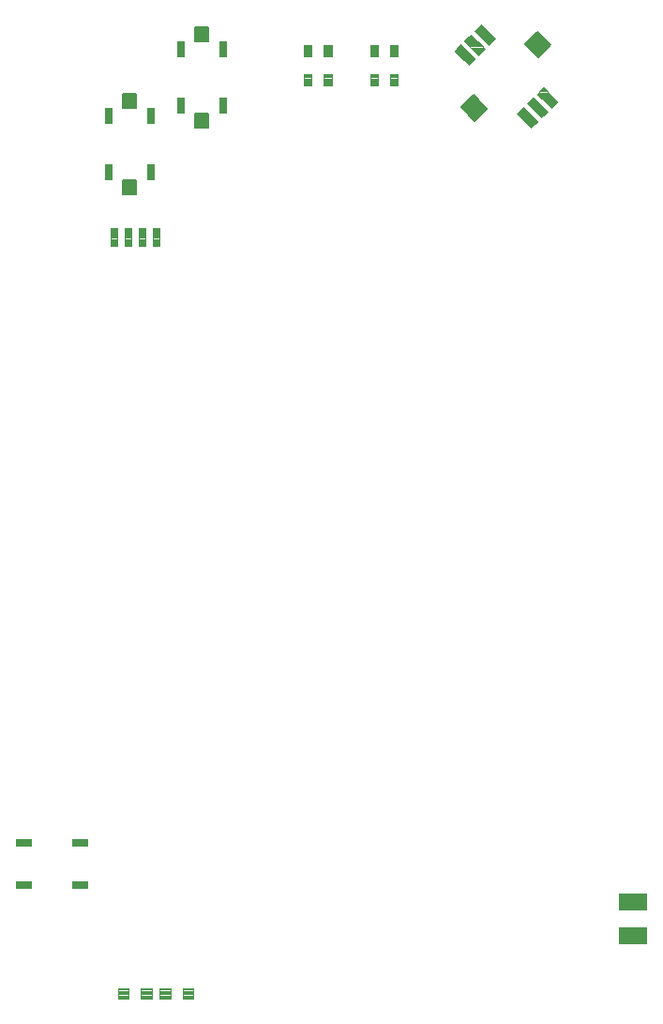
<source format=gtp>
G75*
G70*
%OFA0B0*%
%FSLAX24Y24*%
%IPPOS*%
%LPD*%
%AMOC8*
5,1,8,0,0,1.08239X$1,22.5*
%
%ADD10C,0.0034*%
%ADD11C,0.0035*%
%ADD12R,0.1024X0.0591*%
%ADD13C,0.0036*%
%ADD14C,0.0043*%
%ADD15C,0.0035*%
%ADD16C,0.0067*%
%ADD17C,0.0051*%
D10*
X002738Y004959D02*
X002738Y005185D01*
X003264Y005185D01*
X003264Y004959D01*
X002738Y004959D01*
X002738Y004992D02*
X003264Y004992D01*
X003264Y005025D02*
X002738Y005025D01*
X002738Y005058D02*
X003264Y005058D01*
X003264Y005091D02*
X002738Y005091D01*
X002738Y005124D02*
X003264Y005124D01*
X003264Y005157D02*
X002738Y005157D01*
X002738Y006459D02*
X002738Y006685D01*
X003264Y006685D01*
X003264Y006459D01*
X002738Y006459D01*
X002738Y006492D02*
X003264Y006492D01*
X003264Y006525D02*
X002738Y006525D01*
X002738Y006558D02*
X003264Y006558D01*
X003264Y006591D02*
X002738Y006591D01*
X002738Y006624D02*
X003264Y006624D01*
X003264Y006657D02*
X002738Y006657D01*
X004738Y006685D02*
X004738Y006459D01*
X004738Y006685D02*
X005264Y006685D01*
X005264Y006459D01*
X004738Y006459D01*
X004738Y006492D02*
X005264Y006492D01*
X005264Y006525D02*
X004738Y006525D01*
X004738Y006558D02*
X005264Y006558D01*
X005264Y006591D02*
X004738Y006591D01*
X004738Y006624D02*
X005264Y006624D01*
X005264Y006657D02*
X004738Y006657D01*
X004738Y005185D02*
X004738Y004959D01*
X004738Y005185D02*
X005264Y005185D01*
X005264Y004959D01*
X004738Y004959D01*
X004738Y004992D02*
X005264Y004992D01*
X005264Y005025D02*
X004738Y005025D01*
X004738Y005058D02*
X005264Y005058D01*
X005264Y005091D02*
X004738Y005091D01*
X004738Y005124D02*
X005264Y005124D01*
X005264Y005157D02*
X004738Y005157D01*
X005894Y030636D02*
X006120Y030636D01*
X006120Y030110D01*
X005894Y030110D01*
X005894Y030636D01*
X005894Y030143D02*
X006120Y030143D01*
X006120Y030176D02*
X005894Y030176D01*
X005894Y030209D02*
X006120Y030209D01*
X006120Y030242D02*
X005894Y030242D01*
X005894Y030275D02*
X006120Y030275D01*
X006120Y030308D02*
X005894Y030308D01*
X005894Y030341D02*
X006120Y030341D01*
X006120Y030374D02*
X005894Y030374D01*
X005894Y030407D02*
X006120Y030407D01*
X006120Y030440D02*
X005894Y030440D01*
X005894Y030473D02*
X006120Y030473D01*
X006120Y030506D02*
X005894Y030506D01*
X005894Y030539D02*
X006120Y030539D01*
X006120Y030572D02*
X005894Y030572D01*
X005894Y030605D02*
X006120Y030605D01*
X006120Y032636D02*
X005894Y032636D01*
X006120Y032636D02*
X006120Y032110D01*
X005894Y032110D01*
X005894Y032636D01*
X005894Y032143D02*
X006120Y032143D01*
X006120Y032176D02*
X005894Y032176D01*
X005894Y032209D02*
X006120Y032209D01*
X006120Y032242D02*
X005894Y032242D01*
X005894Y032275D02*
X006120Y032275D01*
X006120Y032308D02*
X005894Y032308D01*
X005894Y032341D02*
X006120Y032341D01*
X006120Y032374D02*
X005894Y032374D01*
X005894Y032407D02*
X006120Y032407D01*
X006120Y032440D02*
X005894Y032440D01*
X005894Y032473D02*
X006120Y032473D01*
X006120Y032506D02*
X005894Y032506D01*
X005894Y032539D02*
X006120Y032539D01*
X006120Y032572D02*
X005894Y032572D01*
X005894Y032605D02*
X006120Y032605D01*
X007394Y032636D02*
X007620Y032636D01*
X007620Y032110D01*
X007394Y032110D01*
X007394Y032636D01*
X007394Y032143D02*
X007620Y032143D01*
X007620Y032176D02*
X007394Y032176D01*
X007394Y032209D02*
X007620Y032209D01*
X007620Y032242D02*
X007394Y032242D01*
X007394Y032275D02*
X007620Y032275D01*
X007620Y032308D02*
X007394Y032308D01*
X007394Y032341D02*
X007620Y032341D01*
X007620Y032374D02*
X007394Y032374D01*
X007394Y032407D02*
X007620Y032407D01*
X007620Y032440D02*
X007394Y032440D01*
X007394Y032473D02*
X007620Y032473D01*
X007620Y032506D02*
X007394Y032506D01*
X007394Y032539D02*
X007620Y032539D01*
X007620Y032572D02*
X007394Y032572D01*
X007394Y032605D02*
X007620Y032605D01*
X008453Y032998D02*
X008679Y032998D01*
X008679Y032472D01*
X008453Y032472D01*
X008453Y032998D01*
X008453Y032505D02*
X008679Y032505D01*
X008679Y032538D02*
X008453Y032538D01*
X008453Y032571D02*
X008679Y032571D01*
X008679Y032604D02*
X008453Y032604D01*
X008453Y032637D02*
X008679Y032637D01*
X008679Y032670D02*
X008453Y032670D01*
X008453Y032703D02*
X008679Y032703D01*
X008679Y032736D02*
X008453Y032736D01*
X008453Y032769D02*
X008679Y032769D01*
X008679Y032802D02*
X008453Y032802D01*
X008453Y032835D02*
X008679Y032835D01*
X008679Y032868D02*
X008453Y032868D01*
X008453Y032901D02*
X008679Y032901D01*
X008679Y032934D02*
X008453Y032934D01*
X008453Y032967D02*
X008679Y032967D01*
X008679Y034998D02*
X008453Y034998D01*
X008679Y034998D02*
X008679Y034472D01*
X008453Y034472D01*
X008453Y034998D01*
X008453Y034505D02*
X008679Y034505D01*
X008679Y034538D02*
X008453Y034538D01*
X008453Y034571D02*
X008679Y034571D01*
X008679Y034604D02*
X008453Y034604D01*
X008453Y034637D02*
X008679Y034637D01*
X008679Y034670D02*
X008453Y034670D01*
X008453Y034703D02*
X008679Y034703D01*
X008679Y034736D02*
X008453Y034736D01*
X008453Y034769D02*
X008679Y034769D01*
X008679Y034802D02*
X008453Y034802D01*
X008453Y034835D02*
X008679Y034835D01*
X008679Y034868D02*
X008453Y034868D01*
X008453Y034901D02*
X008679Y034901D01*
X008679Y034934D02*
X008453Y034934D01*
X008453Y034967D02*
X008679Y034967D01*
X009953Y034998D02*
X010179Y034998D01*
X010179Y034472D01*
X009953Y034472D01*
X009953Y034998D01*
X009953Y034505D02*
X010179Y034505D01*
X010179Y034538D02*
X009953Y034538D01*
X009953Y034571D02*
X010179Y034571D01*
X010179Y034604D02*
X009953Y034604D01*
X009953Y034637D02*
X010179Y034637D01*
X010179Y034670D02*
X009953Y034670D01*
X009953Y034703D02*
X010179Y034703D01*
X010179Y034736D02*
X009953Y034736D01*
X009953Y034769D02*
X010179Y034769D01*
X010179Y034802D02*
X009953Y034802D01*
X009953Y034835D02*
X010179Y034835D01*
X010179Y034868D02*
X009953Y034868D01*
X009953Y034901D02*
X010179Y034901D01*
X010179Y034934D02*
X009953Y034934D01*
X009953Y034967D02*
X010179Y034967D01*
X010179Y032998D02*
X009953Y032998D01*
X010179Y032998D02*
X010179Y032472D01*
X009953Y032472D01*
X009953Y032998D01*
X009953Y032505D02*
X010179Y032505D01*
X010179Y032538D02*
X009953Y032538D01*
X009953Y032571D02*
X010179Y032571D01*
X010179Y032604D02*
X009953Y032604D01*
X009953Y032637D02*
X010179Y032637D01*
X010179Y032670D02*
X009953Y032670D01*
X009953Y032703D02*
X010179Y032703D01*
X010179Y032736D02*
X009953Y032736D01*
X009953Y032769D02*
X010179Y032769D01*
X010179Y032802D02*
X009953Y032802D01*
X009953Y032835D02*
X010179Y032835D01*
X010179Y032868D02*
X009953Y032868D01*
X009953Y032901D02*
X010179Y032901D01*
X010179Y032934D02*
X009953Y032934D01*
X009953Y032967D02*
X010179Y032967D01*
X007620Y030636D02*
X007394Y030636D01*
X007620Y030636D02*
X007620Y030110D01*
X007394Y030110D01*
X007394Y030636D01*
X007394Y030143D02*
X007620Y030143D01*
X007620Y030176D02*
X007394Y030176D01*
X007394Y030209D02*
X007620Y030209D01*
X007620Y030242D02*
X007394Y030242D01*
X007394Y030275D02*
X007620Y030275D01*
X007620Y030308D02*
X007394Y030308D01*
X007394Y030341D02*
X007620Y030341D01*
X007620Y030374D02*
X007394Y030374D01*
X007394Y030407D02*
X007620Y030407D01*
X007620Y030440D02*
X007394Y030440D01*
X007394Y030473D02*
X007620Y030473D01*
X007620Y030506D02*
X007394Y030506D01*
X007394Y030539D02*
X007620Y030539D01*
X007620Y030572D02*
X007394Y030572D01*
X007394Y030605D02*
X007620Y030605D01*
D11*
X012956Y033458D02*
X012956Y033856D01*
X013236Y033856D01*
X013236Y033458D01*
X012956Y033458D01*
X012956Y033492D02*
X013236Y033492D01*
X013236Y033526D02*
X012956Y033526D01*
X012956Y033560D02*
X013236Y033560D01*
X013236Y033594D02*
X012956Y033594D01*
X012956Y033628D02*
X013236Y033628D01*
X013236Y033662D02*
X012956Y033662D01*
X012956Y033696D02*
X013236Y033696D01*
X013236Y033730D02*
X012956Y033730D01*
X012956Y033764D02*
X013236Y033764D01*
X013236Y033798D02*
X012956Y033798D01*
X012956Y033832D02*
X013236Y033832D01*
X013664Y033856D02*
X013664Y033458D01*
X013664Y033856D02*
X013944Y033856D01*
X013944Y033458D01*
X013664Y033458D01*
X013664Y033492D02*
X013944Y033492D01*
X013944Y033526D02*
X013664Y033526D01*
X013664Y033560D02*
X013944Y033560D01*
X013944Y033594D02*
X013664Y033594D01*
X013664Y033628D02*
X013944Y033628D01*
X013944Y033662D02*
X013664Y033662D01*
X013664Y033696D02*
X013944Y033696D01*
X013944Y033730D02*
X013664Y033730D01*
X013664Y033764D02*
X013944Y033764D01*
X013944Y033798D02*
X013664Y033798D01*
X013664Y033832D02*
X013944Y033832D01*
X013664Y034481D02*
X013664Y034879D01*
X013944Y034879D01*
X013944Y034481D01*
X013664Y034481D01*
X013664Y034515D02*
X013944Y034515D01*
X013944Y034549D02*
X013664Y034549D01*
X013664Y034583D02*
X013944Y034583D01*
X013944Y034617D02*
X013664Y034617D01*
X013664Y034651D02*
X013944Y034651D01*
X013944Y034685D02*
X013664Y034685D01*
X013664Y034719D02*
X013944Y034719D01*
X013944Y034753D02*
X013664Y034753D01*
X013664Y034787D02*
X013944Y034787D01*
X013944Y034821D02*
X013664Y034821D01*
X013664Y034855D02*
X013944Y034855D01*
X012956Y034879D02*
X012956Y034481D01*
X012956Y034879D02*
X013236Y034879D01*
X013236Y034481D01*
X012956Y034481D01*
X012956Y034515D02*
X013236Y034515D01*
X013236Y034549D02*
X012956Y034549D01*
X012956Y034583D02*
X013236Y034583D01*
X013236Y034617D02*
X012956Y034617D01*
X012956Y034651D02*
X013236Y034651D01*
X013236Y034685D02*
X012956Y034685D01*
X012956Y034719D02*
X013236Y034719D01*
X013236Y034753D02*
X012956Y034753D01*
X012956Y034787D02*
X013236Y034787D01*
X013236Y034821D02*
X012956Y034821D01*
X012956Y034855D02*
X013236Y034855D01*
X015318Y034879D02*
X015318Y034481D01*
X015318Y034879D02*
X015598Y034879D01*
X015598Y034481D01*
X015318Y034481D01*
X015318Y034515D02*
X015598Y034515D01*
X015598Y034549D02*
X015318Y034549D01*
X015318Y034583D02*
X015598Y034583D01*
X015598Y034617D02*
X015318Y034617D01*
X015318Y034651D02*
X015598Y034651D01*
X015598Y034685D02*
X015318Y034685D01*
X015318Y034719D02*
X015598Y034719D01*
X015598Y034753D02*
X015318Y034753D01*
X015318Y034787D02*
X015598Y034787D01*
X015598Y034821D02*
X015318Y034821D01*
X015318Y034855D02*
X015598Y034855D01*
X016027Y034879D02*
X016027Y034481D01*
X016027Y034879D02*
X016307Y034879D01*
X016307Y034481D01*
X016027Y034481D01*
X016027Y034515D02*
X016307Y034515D01*
X016307Y034549D02*
X016027Y034549D01*
X016027Y034583D02*
X016307Y034583D01*
X016307Y034617D02*
X016027Y034617D01*
X016027Y034651D02*
X016307Y034651D01*
X016307Y034685D02*
X016027Y034685D01*
X016027Y034719D02*
X016307Y034719D01*
X016307Y034753D02*
X016027Y034753D01*
X016027Y034787D02*
X016307Y034787D01*
X016307Y034821D02*
X016027Y034821D01*
X016027Y034855D02*
X016307Y034855D01*
X016027Y033856D02*
X016027Y033458D01*
X016027Y033856D02*
X016307Y033856D01*
X016307Y033458D01*
X016027Y033458D01*
X016027Y033492D02*
X016307Y033492D01*
X016307Y033526D02*
X016027Y033526D01*
X016027Y033560D02*
X016307Y033560D01*
X016307Y033594D02*
X016027Y033594D01*
X016027Y033628D02*
X016307Y033628D01*
X016307Y033662D02*
X016027Y033662D01*
X016027Y033696D02*
X016307Y033696D01*
X016307Y033730D02*
X016027Y033730D01*
X016027Y033764D02*
X016307Y033764D01*
X016307Y033798D02*
X016027Y033798D01*
X016027Y033832D02*
X016307Y033832D01*
X015318Y033856D02*
X015318Y033458D01*
X015318Y033856D02*
X015598Y033856D01*
X015598Y033458D01*
X015318Y033458D01*
X015318Y033492D02*
X015598Y033492D01*
X015598Y033526D02*
X015318Y033526D01*
X015318Y033560D02*
X015598Y033560D01*
X015598Y033594D02*
X015318Y033594D01*
X015318Y033628D02*
X015598Y033628D01*
X015598Y033662D02*
X015318Y033662D01*
X015318Y033696D02*
X015598Y033696D01*
X015598Y033730D02*
X015318Y033730D01*
X015318Y033764D02*
X015598Y033764D01*
X015598Y033798D02*
X015318Y033798D01*
X015318Y033832D02*
X015598Y033832D01*
D12*
X024671Y004444D03*
X024671Y003263D03*
D13*
X007585Y027750D02*
X007585Y028382D01*
X007823Y028382D01*
X007823Y027750D01*
X007585Y027750D01*
X007585Y027785D02*
X007823Y027785D01*
X007823Y027820D02*
X007585Y027820D01*
X007585Y027855D02*
X007823Y027855D01*
X007823Y027890D02*
X007585Y027890D01*
X007585Y027925D02*
X007823Y027925D01*
X007823Y027960D02*
X007585Y027960D01*
X007585Y027995D02*
X007823Y027995D01*
X007823Y028030D02*
X007585Y028030D01*
X007585Y028065D02*
X007823Y028065D01*
X007823Y028100D02*
X007585Y028100D01*
X007585Y028135D02*
X007823Y028135D01*
X007823Y028170D02*
X007585Y028170D01*
X007585Y028205D02*
X007823Y028205D01*
X007823Y028240D02*
X007585Y028240D01*
X007585Y028275D02*
X007823Y028275D01*
X007823Y028310D02*
X007585Y028310D01*
X007585Y028345D02*
X007823Y028345D01*
X007823Y028380D02*
X007585Y028380D01*
X007085Y028382D02*
X007085Y027750D01*
X007085Y028382D02*
X007323Y028382D01*
X007323Y027750D01*
X007085Y027750D01*
X007085Y027785D02*
X007323Y027785D01*
X007323Y027820D02*
X007085Y027820D01*
X007085Y027855D02*
X007323Y027855D01*
X007323Y027890D02*
X007085Y027890D01*
X007085Y027925D02*
X007323Y027925D01*
X007323Y027960D02*
X007085Y027960D01*
X007085Y027995D02*
X007323Y027995D01*
X007323Y028030D02*
X007085Y028030D01*
X007085Y028065D02*
X007323Y028065D01*
X007323Y028100D02*
X007085Y028100D01*
X007085Y028135D02*
X007323Y028135D01*
X007323Y028170D02*
X007085Y028170D01*
X007085Y028205D02*
X007323Y028205D01*
X007323Y028240D02*
X007085Y028240D01*
X007085Y028275D02*
X007323Y028275D01*
X007323Y028310D02*
X007085Y028310D01*
X007085Y028345D02*
X007323Y028345D01*
X007323Y028380D02*
X007085Y028380D01*
X006585Y028382D02*
X006585Y027750D01*
X006585Y028382D02*
X006823Y028382D01*
X006823Y027750D01*
X006585Y027750D01*
X006585Y027785D02*
X006823Y027785D01*
X006823Y027820D02*
X006585Y027820D01*
X006585Y027855D02*
X006823Y027855D01*
X006823Y027890D02*
X006585Y027890D01*
X006585Y027925D02*
X006823Y027925D01*
X006823Y027960D02*
X006585Y027960D01*
X006585Y027995D02*
X006823Y027995D01*
X006823Y028030D02*
X006585Y028030D01*
X006585Y028065D02*
X006823Y028065D01*
X006823Y028100D02*
X006585Y028100D01*
X006585Y028135D02*
X006823Y028135D01*
X006823Y028170D02*
X006585Y028170D01*
X006585Y028205D02*
X006823Y028205D01*
X006823Y028240D02*
X006585Y028240D01*
X006585Y028275D02*
X006823Y028275D01*
X006823Y028310D02*
X006585Y028310D01*
X006585Y028345D02*
X006823Y028345D01*
X006823Y028380D02*
X006585Y028380D01*
X006085Y028382D02*
X006085Y027750D01*
X006085Y028382D02*
X006323Y028382D01*
X006323Y027750D01*
X006085Y027750D01*
X006085Y027785D02*
X006323Y027785D01*
X006323Y027820D02*
X006085Y027820D01*
X006085Y027855D02*
X006323Y027855D01*
X006323Y027890D02*
X006085Y027890D01*
X006085Y027925D02*
X006323Y027925D01*
X006323Y027960D02*
X006085Y027960D01*
X006085Y027995D02*
X006323Y027995D01*
X006323Y028030D02*
X006085Y028030D01*
X006085Y028065D02*
X006323Y028065D01*
X006323Y028100D02*
X006085Y028100D01*
X006085Y028135D02*
X006323Y028135D01*
X006323Y028170D02*
X006085Y028170D01*
X006085Y028205D02*
X006323Y028205D01*
X006323Y028240D02*
X006085Y028240D01*
X006085Y028275D02*
X006323Y028275D01*
X006323Y028310D02*
X006085Y028310D01*
X006085Y028345D02*
X006323Y028345D01*
X006323Y028380D02*
X006085Y028380D01*
D14*
X006736Y001391D02*
X006736Y001001D01*
X006346Y001001D01*
X006346Y001391D01*
X006736Y001391D01*
X006736Y001043D02*
X006346Y001043D01*
X006346Y001085D02*
X006736Y001085D01*
X006736Y001127D02*
X006346Y001127D01*
X006346Y001169D02*
X006736Y001169D01*
X006736Y001211D02*
X006346Y001211D01*
X006346Y001253D02*
X006736Y001253D01*
X006736Y001295D02*
X006346Y001295D01*
X006346Y001337D02*
X006736Y001337D01*
X006736Y001379D02*
X006346Y001379D01*
X007562Y001391D02*
X007562Y001001D01*
X007172Y001001D01*
X007172Y001391D01*
X007562Y001391D01*
X007562Y001043D02*
X007172Y001043D01*
X007172Y001085D02*
X007562Y001085D01*
X007562Y001127D02*
X007172Y001127D01*
X007172Y001169D02*
X007562Y001169D01*
X007562Y001211D02*
X007172Y001211D01*
X007172Y001253D02*
X007562Y001253D01*
X007562Y001295D02*
X007172Y001295D01*
X007172Y001337D02*
X007562Y001337D01*
X007562Y001379D02*
X007172Y001379D01*
X007822Y001391D02*
X007822Y001001D01*
X007822Y001391D02*
X008212Y001391D01*
X008212Y001001D01*
X007822Y001001D01*
X007822Y001043D02*
X008212Y001043D01*
X008212Y001085D02*
X007822Y001085D01*
X007822Y001127D02*
X008212Y001127D01*
X008212Y001169D02*
X007822Y001169D01*
X007822Y001211D02*
X008212Y001211D01*
X008212Y001253D02*
X007822Y001253D01*
X007822Y001295D02*
X008212Y001295D01*
X008212Y001337D02*
X007822Y001337D01*
X007822Y001379D02*
X008212Y001379D01*
X008649Y001391D02*
X008649Y001001D01*
X008649Y001391D02*
X009039Y001391D01*
X009039Y001001D01*
X008649Y001001D01*
X008649Y001043D02*
X009039Y001043D01*
X009039Y001085D02*
X008649Y001085D01*
X008649Y001127D02*
X009039Y001127D01*
X009039Y001169D02*
X008649Y001169D01*
X008649Y001211D02*
X009039Y001211D01*
X009039Y001253D02*
X008649Y001253D01*
X008649Y001295D02*
X009039Y001295D01*
X009039Y001337D02*
X008649Y001337D01*
X008649Y001379D02*
X009039Y001379D01*
D15*
X021266Y032168D02*
X020764Y032670D01*
X021266Y032168D02*
X021040Y031942D01*
X020538Y032444D01*
X020764Y032670D01*
X021006Y031976D02*
X021074Y031976D01*
X021108Y032010D02*
X020972Y032010D01*
X020938Y032044D02*
X021142Y032044D01*
X021176Y032078D02*
X020904Y032078D01*
X020870Y032112D02*
X021210Y032112D01*
X021244Y032146D02*
X020836Y032146D01*
X020802Y032180D02*
X021254Y032180D01*
X021220Y032214D02*
X020768Y032214D01*
X020734Y032248D02*
X021186Y032248D01*
X021152Y032282D02*
X020700Y032282D01*
X020666Y032316D02*
X021118Y032316D01*
X021084Y032350D02*
X020632Y032350D01*
X020598Y032384D02*
X021050Y032384D01*
X021016Y032418D02*
X020564Y032418D01*
X020546Y032452D02*
X020982Y032452D01*
X020948Y032486D02*
X020580Y032486D01*
X020614Y032520D02*
X020914Y032520D01*
X020880Y032554D02*
X020648Y032554D01*
X020682Y032588D02*
X020846Y032588D01*
X020812Y032622D02*
X020716Y032622D01*
X020750Y032656D02*
X020778Y032656D01*
X021119Y033025D02*
X021621Y032523D01*
X021395Y032297D01*
X020893Y032799D01*
X021119Y033025D01*
X021361Y032331D02*
X021429Y032331D01*
X021463Y032365D02*
X021327Y032365D01*
X021293Y032399D02*
X021497Y032399D01*
X021531Y032433D02*
X021259Y032433D01*
X021225Y032467D02*
X021565Y032467D01*
X021599Y032501D02*
X021191Y032501D01*
X021157Y032535D02*
X021609Y032535D01*
X021575Y032569D02*
X021123Y032569D01*
X021089Y032603D02*
X021541Y032603D01*
X021507Y032637D02*
X021055Y032637D01*
X021021Y032671D02*
X021473Y032671D01*
X021439Y032705D02*
X020987Y032705D01*
X020953Y032739D02*
X021405Y032739D01*
X021371Y032773D02*
X020919Y032773D01*
X020901Y032807D02*
X021337Y032807D01*
X021303Y032841D02*
X020935Y032841D01*
X020969Y032875D02*
X021269Y032875D01*
X021235Y032909D02*
X021003Y032909D01*
X021037Y032943D02*
X021201Y032943D01*
X021167Y032977D02*
X021071Y032977D01*
X021105Y033011D02*
X021133Y033011D01*
X021473Y033380D02*
X021975Y032878D01*
X021749Y032652D01*
X021247Y033154D01*
X021473Y033380D01*
X021715Y032686D02*
X021783Y032686D01*
X021817Y032720D02*
X021681Y032720D01*
X021647Y032754D02*
X021851Y032754D01*
X021885Y032788D02*
X021613Y032788D01*
X021579Y032822D02*
X021919Y032822D01*
X021953Y032856D02*
X021545Y032856D01*
X021511Y032890D02*
X021963Y032890D01*
X021929Y032924D02*
X021477Y032924D01*
X021443Y032958D02*
X021895Y032958D01*
X021861Y032992D02*
X021409Y032992D01*
X021375Y033026D02*
X021827Y033026D01*
X021793Y033060D02*
X021341Y033060D01*
X021307Y033094D02*
X021759Y033094D01*
X021725Y033128D02*
X021273Y033128D01*
X021255Y033162D02*
X021691Y033162D01*
X021657Y033196D02*
X021289Y033196D01*
X021323Y033230D02*
X021623Y033230D01*
X021589Y033264D02*
X021357Y033264D01*
X021391Y033298D02*
X021555Y033298D01*
X021521Y033332D02*
X021425Y033332D01*
X021459Y033366D02*
X021487Y033366D01*
X019748Y035105D02*
X019246Y035607D01*
X019748Y035105D02*
X019522Y034879D01*
X019020Y035381D01*
X019246Y035607D01*
X019488Y034913D02*
X019556Y034913D01*
X019590Y034947D02*
X019454Y034947D01*
X019420Y034981D02*
X019624Y034981D01*
X019658Y035015D02*
X019386Y035015D01*
X019352Y035049D02*
X019692Y035049D01*
X019726Y035083D02*
X019318Y035083D01*
X019284Y035117D02*
X019736Y035117D01*
X019702Y035151D02*
X019250Y035151D01*
X019216Y035185D02*
X019668Y035185D01*
X019634Y035219D02*
X019182Y035219D01*
X019148Y035253D02*
X019600Y035253D01*
X019566Y035287D02*
X019114Y035287D01*
X019080Y035321D02*
X019532Y035321D01*
X019498Y035355D02*
X019046Y035355D01*
X019028Y035389D02*
X019464Y035389D01*
X019430Y035423D02*
X019062Y035423D01*
X019096Y035457D02*
X019396Y035457D01*
X019362Y035491D02*
X019130Y035491D01*
X019164Y035525D02*
X019328Y035525D01*
X019294Y035559D02*
X019198Y035559D01*
X019232Y035593D02*
X019260Y035593D01*
X018891Y035252D02*
X019393Y034750D01*
X019167Y034524D01*
X018665Y035026D01*
X018891Y035252D01*
X019133Y034558D02*
X019201Y034558D01*
X019235Y034592D02*
X019099Y034592D01*
X019065Y034626D02*
X019269Y034626D01*
X019303Y034660D02*
X019031Y034660D01*
X018997Y034694D02*
X019337Y034694D01*
X019371Y034728D02*
X018963Y034728D01*
X018929Y034762D02*
X019381Y034762D01*
X019347Y034796D02*
X018895Y034796D01*
X018861Y034830D02*
X019313Y034830D01*
X019279Y034864D02*
X018827Y034864D01*
X018793Y034898D02*
X019245Y034898D01*
X019211Y034932D02*
X018759Y034932D01*
X018725Y034966D02*
X019177Y034966D01*
X019143Y035000D02*
X018691Y035000D01*
X018673Y035034D02*
X019109Y035034D01*
X019075Y035068D02*
X018707Y035068D01*
X018741Y035102D02*
X019041Y035102D01*
X019007Y035136D02*
X018775Y035136D01*
X018809Y035170D02*
X018973Y035170D01*
X018939Y035204D02*
X018843Y035204D01*
X018877Y035238D02*
X018905Y035238D01*
X018536Y034897D02*
X019038Y034395D01*
X018812Y034169D01*
X018310Y034671D01*
X018536Y034897D01*
X018778Y034203D02*
X018846Y034203D01*
X018880Y034237D02*
X018744Y034237D01*
X018710Y034271D02*
X018914Y034271D01*
X018948Y034305D02*
X018676Y034305D01*
X018642Y034339D02*
X018982Y034339D01*
X019016Y034373D02*
X018608Y034373D01*
X018574Y034407D02*
X019026Y034407D01*
X018992Y034441D02*
X018540Y034441D01*
X018506Y034475D02*
X018958Y034475D01*
X018924Y034509D02*
X018472Y034509D01*
X018438Y034543D02*
X018890Y034543D01*
X018856Y034577D02*
X018404Y034577D01*
X018370Y034611D02*
X018822Y034611D01*
X018788Y034645D02*
X018336Y034645D01*
X018318Y034679D02*
X018754Y034679D01*
X018720Y034713D02*
X018352Y034713D01*
X018386Y034747D02*
X018686Y034747D01*
X018652Y034781D02*
X018420Y034781D01*
X018454Y034815D02*
X018618Y034815D01*
X018584Y034849D02*
X018488Y034849D01*
X018522Y034883D02*
X018550Y034883D01*
D16*
X018988Y033100D02*
X019468Y032620D01*
X019042Y032194D01*
X018562Y032674D01*
X018988Y033100D01*
X018976Y032260D02*
X019108Y032260D01*
X019174Y032326D02*
X018910Y032326D01*
X018844Y032392D02*
X019240Y032392D01*
X019306Y032458D02*
X018778Y032458D01*
X018712Y032524D02*
X019372Y032524D01*
X019438Y032590D02*
X018646Y032590D01*
X018580Y032656D02*
X019432Y032656D01*
X019366Y032722D02*
X018610Y032722D01*
X018676Y032788D02*
X019300Y032788D01*
X019234Y032854D02*
X018742Y032854D01*
X018808Y032920D02*
X019168Y032920D01*
X019102Y032986D02*
X018874Y032986D01*
X018940Y033052D02*
X019036Y033052D01*
X021243Y035355D02*
X021723Y034875D01*
X021297Y034449D01*
X020817Y034929D01*
X021243Y035355D01*
X021231Y034515D02*
X021363Y034515D01*
X021429Y034581D02*
X021165Y034581D01*
X021099Y034647D02*
X021495Y034647D01*
X021561Y034713D02*
X021033Y034713D01*
X020967Y034779D02*
X021627Y034779D01*
X021693Y034845D02*
X020901Y034845D01*
X020835Y034911D02*
X021687Y034911D01*
X021621Y034977D02*
X020865Y034977D01*
X020931Y035043D02*
X021555Y035043D01*
X021489Y035109D02*
X020997Y035109D01*
X021063Y035175D02*
X021423Y035175D01*
X021357Y035241D02*
X021129Y035241D01*
X021195Y035307D02*
X021291Y035307D01*
D17*
X009086Y035521D02*
X009086Y035021D01*
X009086Y035521D02*
X009546Y035521D01*
X009546Y035021D01*
X009086Y035021D01*
X009086Y035071D02*
X009546Y035071D01*
X009546Y035121D02*
X009086Y035121D01*
X009086Y035171D02*
X009546Y035171D01*
X009546Y035221D02*
X009086Y035221D01*
X009086Y035271D02*
X009546Y035271D01*
X009546Y035321D02*
X009086Y035321D01*
X009086Y035371D02*
X009546Y035371D01*
X009546Y035421D02*
X009086Y035421D01*
X009086Y035471D02*
X009546Y035471D01*
X009546Y035521D02*
X009086Y035521D01*
X009086Y032450D02*
X009086Y031950D01*
X009086Y032450D02*
X009546Y032450D01*
X009546Y031950D01*
X009086Y031950D01*
X009086Y032000D02*
X009546Y032000D01*
X009546Y032050D02*
X009086Y032050D01*
X009086Y032100D02*
X009546Y032100D01*
X009546Y032150D02*
X009086Y032150D01*
X009086Y032200D02*
X009546Y032200D01*
X009546Y032250D02*
X009086Y032250D01*
X009086Y032300D02*
X009546Y032300D01*
X009546Y032350D02*
X009086Y032350D01*
X009086Y032400D02*
X009546Y032400D01*
X009546Y032450D02*
X009086Y032450D01*
X006987Y032659D02*
X006987Y033159D01*
X006987Y032659D02*
X006527Y032659D01*
X006527Y033159D01*
X006987Y033159D01*
X006987Y032709D02*
X006527Y032709D01*
X006527Y032759D02*
X006987Y032759D01*
X006987Y032809D02*
X006527Y032809D01*
X006527Y032859D02*
X006987Y032859D01*
X006987Y032909D02*
X006527Y032909D01*
X006527Y032959D02*
X006987Y032959D01*
X006987Y033009D02*
X006527Y033009D01*
X006527Y033059D02*
X006987Y033059D01*
X006987Y033109D02*
X006527Y033109D01*
X006527Y033159D02*
X006987Y033159D01*
X006987Y030088D02*
X006987Y029588D01*
X006527Y029588D01*
X006527Y030088D01*
X006987Y030088D01*
X006987Y029638D02*
X006527Y029638D01*
X006527Y029688D02*
X006987Y029688D01*
X006987Y029738D02*
X006527Y029738D01*
X006527Y029788D02*
X006987Y029788D01*
X006987Y029838D02*
X006527Y029838D01*
X006527Y029888D02*
X006987Y029888D01*
X006987Y029938D02*
X006527Y029938D01*
X006527Y029988D02*
X006987Y029988D01*
X006987Y030038D02*
X006527Y030038D01*
X006527Y030088D02*
X006987Y030088D01*
M02*

</source>
